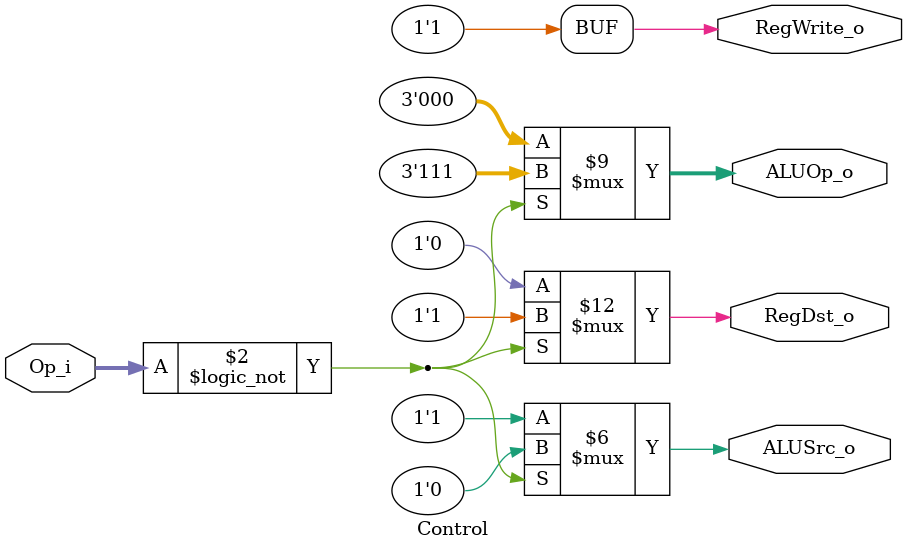
<source format=v>
module Control(
	Op_i,
	RegDst_o,
	ALUOp_o,
	ALUSrc_o,
	RegWrite_o
);

input [5:0] Op_i;
output reg RegDst_o;
output reg [2:0] ALUOp_o;
output reg ALUSrc_o;
output reg RegWrite_o;

always@(*) begin
	if(Op_i == 6'b000000) begin
		RegDst_o <= 1'b1;
		ALUOp_o <= 3'b111; // R_type
		ALUSrc_o <= 1'b0;
		RegWrite_o <= 1'b1;
	end
	else begin
		RegDst_o <= 1'b0;
		ALUOp_o <= 3'b000; // Add
		ALUSrc_o <= 1'b1;
		RegWrite_o <= 1'b1;
	end
end

endmodule
</source>
